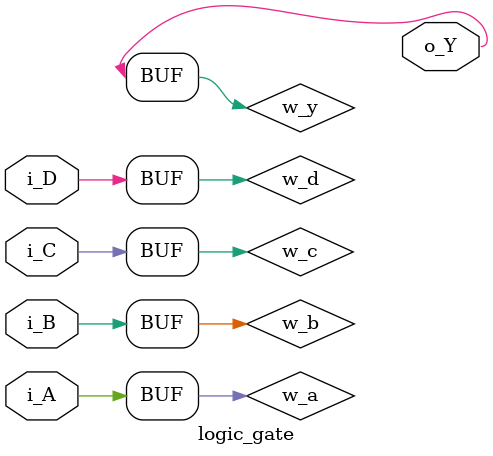
<source format=sv>

module logic_gate(
    input i_A,
    input i_B,
    input i_C,
    input i_D,
    output o_Y
);

    wire w_a;
    wire w_b;
    wire w_c;
    wire w_d;
    wire w_f;

    `ifdef __TASK_1__
        task_1_gate task_1_gate_inst (
                .i_A(w_a),
                .i_B(w_b),
                .i_C(w_c),
                .i_D(w_d),
                .o_Y(w_y)
            );
    `elsif __TASK_2__
        task_2_gate task_2_gate_inst (
                .i_A(w_a),
                .i_B(w_b),
                .i_C(w_c),
                .i_D(w_d),
                .o_Y(w_y)
            );
    `elsif __TASK_3__
        task_3_gate task_3_gate_inst (
                .i_A(w_a),
                .i_B(w_b),
                .i_C(w_c),
                .i_D(w_d),
                .o_Y(w_y)
            );
    `endif

    assign w_a = i_A;
    assign w_b = i_B;
    assign w_c = i_C;
    assign w_d = i_D;
    assign o_Y = w_y;

endmodule


</source>
